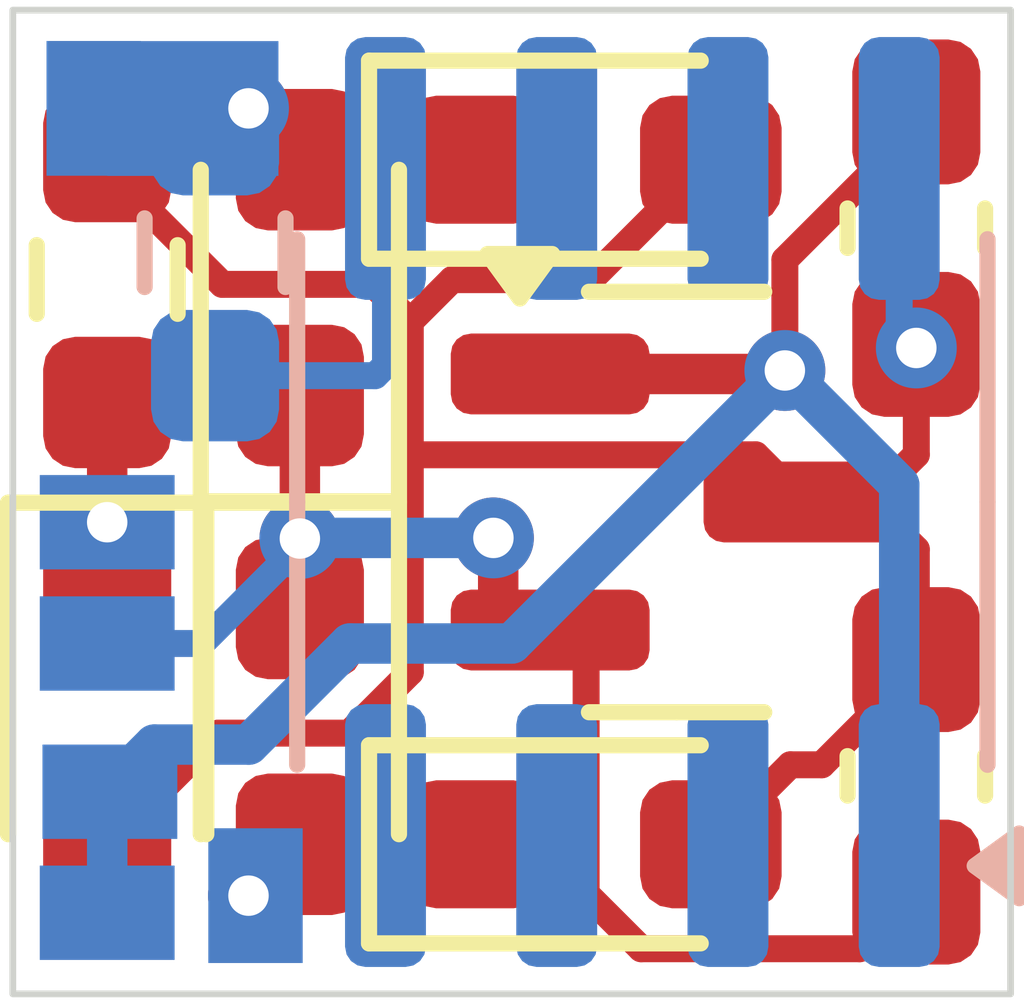
<source format=kicad_pcb>
(kicad_pcb (version 20240108) (generator "pcbnew") (generator_version "8.0")
  (layers (0 "F.Cu" signal) (31 "B.Cu" signal) (34 "B.Paste" user) (35 "F.Paste" user) (36 "B.SilkS" user "B.Silkscreen") (37 "F.SilkS" user "F.Silkscreen") (38 "B.Mask" user) (39 "F.Mask" user) (44 "Edge.Cuts" user))
  (net 0 "")
  (net 1 "GND")
  (net 2 "VCC")
  (net 3 "+5V")
  (net 4 "/DCC+")
  (net 5 "/DCC-")
  (net 6 "/Cap")
  (net 7 "/AUX1")
  (net 8 "/AUX4")
  (net 9 "/AUX2")
  (net 10 "/AUX3")
  (net 11 "/UPDI")
  (net 12 "/DCC")
  (footprint "Package_TO_SOT_SMD:SOT-23" (layer "F.Cu") (at 145.923 95.25)
    (property "Reference" "U1" (hide yes))
    (property "Value" "LM3480-5.0" (hide yes))
    (fp_line (start 0 -1.56) (end -0.65 -1.56) (stroke (width 0.12)) (layer "F.SilkS"))
    (fp_line (start 0 -1.56) (end 0.65 -1.56) (stroke (width 0.12)) (layer "F.SilkS"))
    (fp_line (start 0 1.56) (end -0.65 1.56) (stroke (width 0.12)) (layer "F.SilkS"))
    (fp_line (start 0 1.56) (end 0.65 1.56) (stroke (width 0.12)) (layer "F.SilkS"))
    (fp_poly (pts (xy -1.1625 -1.51) (xy -1.4025 -1.84) (xy -0.9225 -1.84) (xy -1.1625 -1.51)) (stroke (width 0.12)) (fill solid) (layer "F.SilkS"))
    (pad "1" smd roundrect (at -0.9375 -0.95) (size 1.475 0.6) (layers "F.Cu" "F.Paste" "F.Mask") (net 3 "+5V"))
    (pad "2" smd roundrect (at -0.9375 0.95) (size 1.475 0.6) (layers "F.Cu" "F.Paste" "F.Mask") (net 2 "VCC"))
    (pad "3" smd roundrect (at 0.9375 0) (size 1.475 0.6) (layers "F.Cu" "F.Paste" "F.Mask") (net 1 "GND"))
  )
  (footprint "Diode_SMD:D_0603_1608Metric_Pad1.05x0.95mm_HandSolder" (layer "F.Cu") (at 141.7 96.915 -90)
    (property "Reference" "D5" (hide yes))
    (property "Value" "TS 4148-0603" (hide yes))
    (fp_line (start -1.66 0.735) (end 0.8 0.735) (stroke (width 0.12)) (layer "F.SilkS"))
    (fp_line (start -1.66 -0.735) (end -1.66 0.735) (stroke (width 0.12)) (layer "F.SilkS"))
    (fp_line (start 0.8 -0.735) (end -1.66 -0.735) (stroke (width 0.12)) (layer "F.SilkS"))
    (pad "1" smd roundrect (at -0.875 0 270) (size 1.05 0.95) (layers "F.Cu" "F.Paste" "F.Mask") (net 6 "/Cap"))
    (pad "2" smd roundrect (at 0.875 0 270) (size 1.05 0.95) (layers "F.Cu" "F.Paste" "F.Mask") (net 1 "GND"))
  )
  (footprint "Resistor_SMD:R_0603_1608Metric_Pad0.98x0.95mm_HandSolder" (layer "F.Cu") (at 141.7 93.599 -90)
    (property "Reference" "R1" (hide yes))
    (property "Value" "100R" (hide yes))
    (fp_line (start -0.254724 0.5225) (end 0.254724 0.5225) (stroke (width 0.12)) (layer "F.SilkS"))
    (fp_line (start -0.254724 -0.5225) (end 0.254724 -0.5225) (stroke (width 0.12)) (layer "F.SilkS"))
    (pad "1" smd roundrect (at -0.9125 0 270) (size 0.975 0.95) (layers "F.Cu" "F.Paste" "F.Mask") (net 1 "GND"))
    (pad "2" smd roundrect (at 0.9125 0 270) (size 0.975 0.95) (layers "F.Cu" "F.Paste" "F.Mask") (net 6 "/Cap"))
  )
  (footprint "Diode_SMD:D_0603_1608Metric_Pad1.05x0.95mm_HandSolder" (layer "F.Cu") (at 145.302 92.71)
    (property "Reference" "D1" (hide yes))
    (property "Value" "TS 4148-0603" (hide yes))
    (fp_line (start -1.66 -0.735) (end -1.66 0.735) (stroke (width 0.12)) (layer "F.SilkS"))
    (fp_line (start -1.66 0.735) (end 0.8 0.735) (stroke (width 0.12)) (layer "F.SilkS"))
    (fp_line (start 0.8 -0.735) (end -1.66 -0.735) (stroke (width 0.12)) (layer "F.SilkS"))
    (pad "1" smd roundrect (at -0.875 0) (size 1.05 0.95) (layers "F.Cu" "F.Paste" "F.Mask") (net 4 "/DCC+"))
    (pad "2" smd roundrect (at 0.875 0) (size 1.05 0.95) (layers "F.Cu" "F.Paste" "F.Mask") (net 1 "GND"))
  )
  (footprint "Capacitor_SMD:C_0603_1608Metric_Pad1.08x0.95mm_HandSolder" (layer "F.Cu") (at 147.701 97.282 90)
    (property "Reference" "C1" (hide yes))
    (property "Value" "10u" (hide yes))
    (fp_line (start -0.146267 -0.51) (end 0.146267 -0.51) (stroke (width 0.12)) (layer "F.SilkS"))
    (fp_line (start -0.146267 0.51) (end 0.146267 0.51) (stroke (width 0.12)) (layer "F.SilkS"))
    (pad "1" smd roundrect (at -0.8625 0 90) (size 1.075 0.95) (layers "F.Cu" "F.Paste" "F.Mask") (net 2 "VCC"))
    (pad "2" smd roundrect (at 0.8625 0 90) (size 1.075 0.95) (layers "F.Cu" "F.Paste" "F.Mask") (net 1 "GND"))
  )
  (footprint "Diode_SMD:D_0603_1608Metric_Pad1.05x0.95mm_HandSolder" (layer "F.Cu") (at 143.129 93.585 90)
    (property "Reference" "D3" (hide yes))
    (property "Value" "TS 4148-0603" (hide yes))
    (fp_line (start 0.8 -0.735) (end -1.66 -0.735) (stroke (width 0.12)) (layer "F.SilkS"))
    (fp_line (start -1.66 -0.735) (end -1.66 0.735) (stroke (width 0.12)) (layer "F.SilkS"))
    (fp_line (start -1.66 0.735) (end 0.8 0.735) (stroke (width 0.12)) (layer "F.SilkS"))
    (pad "1" smd roundrect (at -0.875 0 90) (size 1.05 0.95) (layers "F.Cu" "F.Paste" "F.Mask") (net 2 "VCC"))
    (pad "2" smd roundrect (at 0.875 0 90) (size 1.05 0.95) (layers "F.Cu" "F.Paste" "F.Mask") (net 4 "/DCC+"))
  )
  (footprint "Capacitor_SMD:C_0603_1608Metric_Pad1.08x0.95mm_HandSolder" (layer "F.Cu") (at 147.701 93.218 -90)
    (property "Reference" "C2" (hide yes))
    (property "Value" "10u" (hide yes))
    (fp_line (start -0.146267 0.51) (end 0.146267 0.51) (stroke (width 0.12)) (layer "F.SilkS"))
    (fp_line (start -0.146267 -0.51) (end 0.146267 -0.51) (stroke (width 0.12)) (layer "F.SilkS"))
    (pad "1" smd roundrect (at -0.8625 0 270) (size 1.075 0.95) (layers "F.Cu" "F.Paste" "F.Mask") (net 3 "+5V"))
    (pad "2" smd roundrect (at 0.8625 0 270) (size 1.075 0.95) (layers "F.Cu" "F.Paste" "F.Mask") (net 1 "GND"))
  )
  (footprint "Diode_SMD:D_0603_1608Metric_Pad1.05x0.95mm_HandSolder" (layer "F.Cu") (at 145.302 97.79)
    (property "Reference" "D2" (hide yes))
    (property "Value" "TS 4148-0603" (hide yes))
    (fp_line (start -1.66 -0.735) (end -1.66 0.735) (stroke (width 0.12)) (layer "F.SilkS"))
    (fp_line (start -1.66 0.735) (end 0.8 0.735) (stroke (width 0.12)) (layer "F.SilkS"))
    (fp_line (start 0.8 -0.735) (end -1.66 -0.735) (stroke (width 0.12)) (layer "F.SilkS"))
    (pad "1" smd roundrect (at -0.875 0) (size 1.05 0.95) (layers "F.Cu" "F.Paste" "F.Mask") (net 5 "/DCC-"))
    (pad "2" smd roundrect (at 0.875 0) (size 1.05 0.95) (layers "F.Cu" "F.Paste" "F.Mask") (net 1 "GND"))
  )
  (footprint "Diode_SMD:D_0603_1608Metric_Pad1.05x0.95mm_HandSolder" (layer "F.Cu") (at 143.129 96.915 -90)
    (property "Reference" "D4" (hide yes))
    (property "Value" "TS 4148-0603" (hide yes))
    (fp_line (start -1.66 0.735) (end 0.8 0.735) (stroke (width 0.12)) (layer "F.SilkS"))
    (fp_line (start -1.66 -0.735) (end -1.66 0.735) (stroke (width 0.12)) (layer "F.SilkS"))
    (fp_line (start 0.8 -0.735) (end -1.66 -0.735) (stroke (width 0.12)) (layer "F.SilkS"))
    (pad "1" smd roundrect (at -0.875 0 270) (size 1.05 0.95) (layers "F.Cu" "F.Paste" "F.Mask") (net 2 "VCC"))
    (pad "2" smd roundrect (at 0.875 0 270) (size 1.05 0.95) (layers "F.Cu" "F.Paste" "F.Mask") (net 5 "/DCC-"))
  )
  (footprint "Markus:Solderpad_1x_SMD_1.0x0.7" (layer "B.Cu") (at 141.72 97.4 180)
    (property "Reference" "J7" (hide yes))
    (property "Value" "Conn_01x01" (hide yes))
    (pad "1" smd rect (at 0 0 180) (size 1 0.7) (layers "B.Cu" "B.Paste" "B.Mask") (net 3 "+5V"))
  )
  (footprint "Resistor_SMD:R_0603_1608Metric_Pad0.98x0.95mm_HandSolder" (layer "B.Cu") (at 142.5 93.4 -90)
    (property "Reference" "R2" (hide yes))
    (property "Value" "22k" (hide yes))
    (fp_line (start 0.254724 0.5225) (end -0.254724 0.5225) (stroke (width 0.12)) (layer "B.SilkS"))
    (fp_line (start 0.254724 -0.5225) (end -0.254724 -0.5225) (stroke (width 0.12)) (layer "B.SilkS"))
    (pad "1" smd roundrect (at -0.9125 0 270) (size 0.975 0.95) (layers "B.Cu" "B.Paste" "B.Mask") (net 4 "/DCC+"))
    (pad "2" smd roundrect (at 0.9125 0 270) (size 0.975 0.95) (layers "B.Cu" "B.Paste" "B.Mask") (net 12 "/DCC"))
  )
  (footprint "Markus:Solderpad_1x_SMD_1.0x0.7" (layer "B.Cu") (at 141.7 95.4 180)
    (property "Reference" "J2" (hide yes))
    (property "Value" "Conn_01x01" (hide yes))
    (pad "1" smd rect (at 0 0 180) (size 1 0.7) (layers "B.Cu" "B.Paste" "B.Mask") (net 6 "/Cap"))
  )
  (footprint "Package_SO:SOIC-8_3.9x4.9mm_P1.27mm" (layer "B.Cu") (at 145.669 95.25 90)
    (property "Reference" "U2" (hide yes))
    (property "Value" "ATtiny402-SS" (hide yes))
    (fp_line (start 1.95 -2.56) (end 0 -2.56) (stroke (width 0.12)) (layer "B.SilkS"))
    (fp_line (start -1.95 -2.56) (end 0 -2.56) (stroke (width 0.12)) (layer "B.SilkS"))
    (fp_line (start 1.95 2.56) (end 0 2.56) (stroke (width 0.12)) (layer "B.SilkS"))
    (fp_line (start -1.95 2.56) (end 0 2.56) (stroke (width 0.12)) (layer "B.SilkS"))
    (fp_poly (pts (xy -2.7 2.465) (xy -2.94 2.795) (xy -2.46 2.795) (xy -2.7 2.465)) (stroke (width 0.12)) (fill solid) (layer "B.SilkS"))
    (pad "1" smd roundrect (at -2.475 1.905 90) (size 1.95 0.6) (layers "B.Cu" "B.Paste" "B.Mask") (net 3 "+5V"))
    (pad "2" smd roundrect (at -2.475 0.635 90) (size 1.95 0.6) (layers "B.Cu" "B.Paste" "B.Mask") (net 10 "/AUX3"))
    (pad "3" smd roundrect (at -2.475 -0.635 90) (size 1.95 0.6) (layers "B.Cu" "B.Paste" "B.Mask") (net 9 "/AUX2"))
    (pad "4" smd roundrect (at -2.475 -1.905 90) (size 1.95 0.6) (layers "B.Cu" "B.Paste" "B.Mask") (net 7 "/AUX1"))
    (pad "5" smd roundrect (at 2.475 -1.905 90) (size 1.95 0.6) (layers "B.Cu" "B.Paste" "B.Mask") (net 12 "/DCC"))
    (pad "6" smd roundrect (at 2.475 -0.635 90) (size 1.95 0.6) (layers "B.Cu" "B.Paste" "B.Mask") (net 11 "/UPDI"))
    (pad "7" smd roundrect (at 2.475 0.635 90) (size 1.95 0.6) (layers "B.Cu" "B.Paste" "B.Mask") (net 8 "/AUX4"))
    (pad "8" smd roundrect (at 2.475 1.905 90) (size 1.95 0.6) (layers "B.Cu" "B.Paste" "B.Mask") (net 1 "GND"))
  )
  (footprint "Markus:Solderpad_1x_SMD_1.0x0.7" (layer "B.Cu") (at 141.7 96.3 180)
    (property "Reference" "J3" (hide yes))
    (property "Value" "Conn_01x01" (hide yes))
    (pad "1" smd rect (at 0 0 180) (size 1 0.7) (layers "B.Cu" "B.Paste" "B.Mask") (net 2 "VCC"))
  )
  (footprint "Markus:Solderpad_1x_SMD_1.0x0.7" (layer "B.Cu") (at 142.8 98.171 -90)
    (property "Reference" "J4" (hide yes))
    (property "Value" "Conn_01x01" (hide yes))
    (pad "1" smd rect (at 0 0 270) (size 1 0.7) (layers "B.Cu" "B.Paste" "B.Mask") (net 5 "/DCC-"))
  )
  (footprint "Markus:Solderpad_1x_SMD_1.0x0.7" (layer "B.Cu") (at 141.6 92.329 -90)
    (property "Reference" "J1" (hide yes))
    (property "Value" "Conn_01x01" (hide yes))
    (pad "1" smd rect (at 0 0 270) (size 1 0.7) (layers "B.Cu" "B.Paste" "B.Mask") (net 4 "/DCC+"))
  )
  (footprint "Markus:Solderpad_1x_SMD_1.0x0.7" (layer "B.Cu") (at 141.7 98.298 180)
    (property "Reference" "J5" (hide yes))
    (property "Value" "Conn_01x01" (hide yes))
    (pad "1" smd rect (at 0 0 180) (size 1 0.7) (layers "B.Cu" "B.Paste" "B.Mask") (net 3 "+5V"))
  )
  (gr_rect (start 141.7 91.83) (end 142.97 92.83) (fill solid) (layer "B.Cu") (net 4))
  (gr_rect (start 141 91.6) (end 148.4 98.9) (stroke (width 0.05)) (fill none) (layer "Edge.Cuts"))
  (segment (start 143.948 94.848) (end 143.948 93.91) (width 0.2) (layer "F.Cu") (net 1))
  (segment (start 147.701 95.601) (end 147.701 96.4195) (width 0.2) (layer "F.Cu") (net 1))
  (segment (start 146.177 97.79) (end 146.767 97.2) (width 0.2) (layer "F.Cu") (net 1))
  (segment (start 147.701 94.899) (end 147.701 94.107) (width 0.2) (layer "F.Cu") (net 1))
  (segment (start 146.767 97.2) (end 147 97.2) (width 0.2) (layer "F.Cu") (net 1))
  (segment (start 141.605 92.6865) (end 142.5535 93.635) (width 0.2) (layer "F.Cu") (net 1))
  (segment (start 142.5535 93.635) (end 143.673 93.635) (width 0.2) (layer "F.Cu") (net 1))
  (segment (start 145.287 93.6) (end 144.258 93.6) (width 0.2) (layer "F.Cu") (net 1))
  (segment (start 147.701 96.499) (end 147.701 96.4195) (width 0.2) (layer "F.Cu") (net 1))
  (segment (start 144.258 93.6) (end 143.948 93.91) (width 0.2) (layer "F.Cu") (net 1))
  (segment (start 146.8605 95.25) (end 147.35 95.25) (width 0.2) (layer "F.Cu") (net 1))
  (segment (start 143.948 96.512722) (end 143.948 94.848) (width 0.2) (layer "F.Cu") (net 1))
  (segment (start 141.7 97.79) (end 142.525 96.965) (width 0.2) (layer "F.Cu") (net 1))
  (segment (start 144 94.9) (end 146.5105 94.9) (width 0.2) (layer "F.Cu") (net 1))
  (segment (start 147.35 95.25) (end 147.701 95.601) (width 0.2) (layer "F.Cu") (net 1))
  (segment (start 146.5105 94.9) (end 146.8605 95.25) (width 0.2) (layer "F.Cu") (net 1))
  (segment (start 143.495722 96.965) (end 143.948 96.512722) (width 0.2) (layer "F.Cu") (net 1))
  (segment (start 147 97.2) (end 147.701 96.499) (width 0.2) (layer "F.Cu") (net 1))
  (segment (start 147.35 95.25) (end 147.701 94.899) (width 0.2) (layer "F.Cu") (net 1))
  (segment (start 143.948 94.848) (end 144 94.9) (width 0.2) (layer "F.Cu") (net 1))
  (segment (start 146.177 92.71) (end 145.287 93.6) (width 0.2) (layer "F.Cu") (net 1))
  (segment (start 142.525 96.965) (end 143.495722 96.965) (width 0.2) (layer "F.Cu") (net 1))
  (segment (start 143.673 93.635) (end 143.948 93.91) (width 0.2) (layer "F.Cu") (net 1))
  (via (at 147.701 94.107) (size 0.6) (drill 0.3) (layers "F.Cu" "B.Cu") (net 1))
  (segment (start 147.574 92.775) (end 147.574 93.98) (width 0.2) (layer "B.Cu") (net 1))
  (segment (start 147.574 93.98) (end 147.701 94.107) (width 0.2) (layer "B.Cu") (net 1))
  (segment (start 143.129 95.521) (end 143.129 96.04) (width 0.2) (layer "F.Cu") (net 2))
  (segment (start 143.129 94.46) (end 143.129 95.521) (width 0.3) (layer "F.Cu") (net 2))
  (segment (start 144.9855 96.2) (end 145.248 96.2) (width 0.3) (layer "F.Cu") (net 2))
  (segment (start 144.6 95.552) (end 144.6 96.2) (width 0.3) (layer "F.Cu") (net 2))
  (segment (start 144.6 96.2) (end 144.9855 96.2) (width 0.3) (layer "F.Cu") (net 2))
  (segment (start 147.701 98.1445) (end 147.701 97.723722) (width 0.2) (layer "F.Cu") (net 2))
  (segment (start 143.289 96.2) (end 143.129 96.04) (width 0.2) (layer "F.Cu") (net 2))
  (segment (start 144.56438 95.51638) (end 144.56438 95.53562) (width 0.2) (layer "F.Cu") (net 2))
  (segment (start 145.252 98.156722) (end 145.660278 98.565) (width 0.2) (layer "F.Cu") (net 2))
  (segment (start 145.252 96.204) (end 145.252 98.156722) (width 0.2) (layer "F.Cu") (net 2))
  (segment (start 145.660278 98.565) (end 147.2805 98.565) (width 0.2) (layer "F.Cu") (net 2))
  (segment (start 144.56438 95.53562) (end 144.5 95.6) (width 0.2) (layer "F.Cu") (net 2))
  (segment (start 147.2805 98.565) (end 147.701 98.1445) (width 0.2) (layer "F.Cu") (net 2))
  (segment (start 144.56438 95.51638) (end 144.6 95.552) (width 0.3) (layer "F.Cu") (net 2))
  (segment (start 145.248 96.2) (end 145.252 96.204) (width 0.3) (layer "F.Cu") (net 2))
  (via (at 143.129 95.521) (size 0.6) (drill 0.3) (layers "F.Cu" "B.Cu") (net 2))
  (via (at 144.56438 95.51638) (size 0.6) (drill 0.3) (layers "F.Cu" "B.Cu") (net 2))
  (segment (start 143.129 95.571) (end 143.129 95.521) (width 0.2) (layer "B.Cu") (net 2))
  (segment (start 143.13362 95.51638) (end 143.129 95.521) (width 0.2) (layer "B.Cu") (net 2))
  (segment (start 144.56438 95.51638) (end 143.13362 95.51638) (width 0.3) (layer "B.Cu") (net 2))
  (segment (start 141.7 96.3) (end 142.4 96.3) (width 0.2) (layer "B.Cu") (net 2))
  (segment (start 142.4 96.3) (end 143.129 95.571) (width 0.2) (layer "B.Cu") (net 2))
  (segment (start 144.9855 94.3) (end 146.700106 94.3) (width 0.3) (layer "F.Cu") (net 3))
  (segment (start 146.700106 94.3) (end 146.726 94.274106) (width 0.2) (layer "F.Cu") (net 3))
  (segment (start 146.726 94.274106) (end 146.726 93.452722) (width 0.2) (layer "F.Cu") (net 3))
  (segment (start 147.701 92.477722) (end 147.701 92.3555) (width 0.2) (layer "F.Cu") (net 3))
  (segment (start 146.726 93.452722) (end 147.701 92.477722) (width 0.2) (layer "F.Cu") (net 3))
  (via (at 146.726 94.274106) (size 0.6) (drill 0.3) (layers "F.Cu" "B.Cu") (net 3))
  (segment (start 143.5 96.3) (end 144.7 96.3) (width 0.3) (layer "B.Cu") (net 3))
  (segment (start 141.7 97.4) (end 142.05 97.05) (width 0.3) (layer "B.Cu") (net 3))
  (segment (start 141.7 98.298) (end 141.7 97.4) (width 0.3) (layer "B.Cu") (net 3))
  (segment (start 142.05 97.05) (end 142.75 97.05) (width 0.3) (layer "B.Cu") (net 3))
  (segment (start 147.574 95.122106) (end 147.574 97.725) (width 0.3) (layer "B.Cu") (net 3))
  (segment (start 146.685894 94.234) (end 146.726 94.274106) (width 0.2) (layer "B.Cu") (net 3))
  (segment (start 146.725894 94.274106) (end 146.726 94.274106) (width 0.3) (layer "B.Cu") (net 3))
  (segment (start 144.7 96.3) (end 146.725894 94.274106) (width 0.3) (layer "B.Cu") (net 3))
  (segment (start 142.75 97.05) (end 143.5 96.3) (width 0.3) (layer "B.Cu") (net 3))
  (segment (start 146.726 94.274106) (end 147.574 95.122106) (width 0.3) (layer "B.Cu") (net 3))
  (segment (start 144.427 92.71) (end 143.129 92.71) (width 0.2) (layer "F.Cu") (net 4))
  (via (at 142.748 92.329) (size 0.6) (drill 0.3) (layers "F.Cu" "B.Cu") (net 4))
  (segment (start 141.6 92.329) (end 142.3415 92.329) (width 0.2) (layer "B.Cu") (net 4))
  (segment (start 143.129 97.79) (end 144.427 97.79) (width 0.2) (layer "F.Cu") (net 5))
  (via (at 142.748 98.171) (size 0.6) (drill 0.3) (layers "F.Cu" "B.Cu") (net 5))
  (segment (start 141.7 94.5115) (end 141.7 96.012) (width 0.3) (layer "F.Cu") (net 6))
  (segment (start 141.7 96.012) (end 141.7 96.04) (width 0.2) (layer "F.Cu") (net 6))
  (via (at 141.7 95.4) (size 0.6) (drill 0.3) (layers "F.Cu" "B.Cu") (net 6))
  (segment (start 142.2 94.3125) (end 143.6875 94.3125) (width 0.2) (layer "B.Cu") (net 12))
  (segment (start 143.764 94.236) (end 143.764 92.775) (width 0.2) (layer "B.Cu") (net 12))
  (segment (start 143.6875 94.3125) (end 143.764 94.236) (width 0.2) (layer "B.Cu") (net 12))
)
</source>
